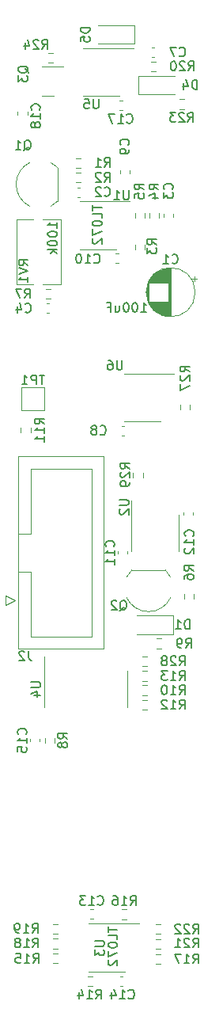
<source format=gbr>
%TF.GenerationSoftware,KiCad,Pcbnew,6.0.11+dfsg-1~bpo11+1*%
%TF.CreationDate,2023-06-07T14:09:25+08:00*%
%TF.ProjectId,MiniSNH v1.0 - Main,4d696e69-534e-4482-9076-312e30202d20,rev?*%
%TF.SameCoordinates,Original*%
%TF.FileFunction,Legend,Bot*%
%TF.FilePolarity,Positive*%
%FSLAX46Y46*%
G04 Gerber Fmt 4.6, Leading zero omitted, Abs format (unit mm)*
G04 Created by KiCad (PCBNEW 6.0.11+dfsg-1~bpo11+1) date 2023-06-07 14:09:25*
%MOMM*%
%LPD*%
G01*
G04 APERTURE LIST*
%ADD10C,0.150000*%
%ADD11C,0.180000*%
%ADD12C,0.120000*%
G04 APERTURE END LIST*
D10*
%TO.C,C17*%
X147167857Y-73187142D02*
X147215476Y-73234761D01*
X147358333Y-73282380D01*
X147453571Y-73282380D01*
X147596428Y-73234761D01*
X147691666Y-73139523D01*
X147739285Y-73044285D01*
X147786904Y-72853809D01*
X147786904Y-72710952D01*
X147739285Y-72520476D01*
X147691666Y-72425238D01*
X147596428Y-72330000D01*
X147453571Y-72282380D01*
X147358333Y-72282380D01*
X147215476Y-72330000D01*
X147167857Y-72377619D01*
X146215476Y-73282380D02*
X146786904Y-73282380D01*
X146501190Y-73282380D02*
X146501190Y-72282380D01*
X146596428Y-72425238D01*
X146691666Y-72520476D01*
X146786904Y-72568095D01*
X145882142Y-72282380D02*
X145215476Y-72282380D01*
X145644047Y-73282380D01*
%TO.C,C4*%
X136291666Y-93432142D02*
X136339285Y-93479761D01*
X136482142Y-93527380D01*
X136577380Y-93527380D01*
X136720238Y-93479761D01*
X136815476Y-93384523D01*
X136863095Y-93289285D01*
X136910714Y-93098809D01*
X136910714Y-92955952D01*
X136863095Y-92765476D01*
X136815476Y-92670238D01*
X136720238Y-92575000D01*
X136577380Y-92527380D01*
X136482142Y-92527380D01*
X136339285Y-92575000D01*
X136291666Y-92622619D01*
X135434523Y-92860714D02*
X135434523Y-93527380D01*
X135672619Y-92479761D02*
X135910714Y-93194047D01*
X135291666Y-93194047D01*
%TO.C,R22*%
X154242857Y-159902380D02*
X154576190Y-159426190D01*
X154814285Y-159902380D02*
X154814285Y-158902380D01*
X154433333Y-158902380D01*
X154338095Y-158950000D01*
X154290476Y-158997619D01*
X154242857Y-159092857D01*
X154242857Y-159235714D01*
X154290476Y-159330952D01*
X154338095Y-159378571D01*
X154433333Y-159426190D01*
X154814285Y-159426190D01*
X153861904Y-158997619D02*
X153814285Y-158950000D01*
X153719047Y-158902380D01*
X153480952Y-158902380D01*
X153385714Y-158950000D01*
X153338095Y-158997619D01*
X153290476Y-159092857D01*
X153290476Y-159188095D01*
X153338095Y-159330952D01*
X153909523Y-159902380D01*
X153290476Y-159902380D01*
X152909523Y-158997619D02*
X152861904Y-158950000D01*
X152766666Y-158902380D01*
X152528571Y-158902380D01*
X152433333Y-158950000D01*
X152385714Y-158997619D01*
X152338095Y-159092857D01*
X152338095Y-159188095D01*
X152385714Y-159330952D01*
X152957142Y-159902380D01*
X152338095Y-159902380D01*
%TO.C,C2*%
X144766666Y-81007142D02*
X144814285Y-81054761D01*
X144957142Y-81102380D01*
X145052380Y-81102380D01*
X145195238Y-81054761D01*
X145290476Y-80959523D01*
X145338095Y-80864285D01*
X145385714Y-80673809D01*
X145385714Y-80530952D01*
X145338095Y-80340476D01*
X145290476Y-80245238D01*
X145195238Y-80150000D01*
X145052380Y-80102380D01*
X144957142Y-80102380D01*
X144814285Y-80150000D01*
X144766666Y-80197619D01*
X144385714Y-80197619D02*
X144338095Y-80150000D01*
X144242857Y-80102380D01*
X144004761Y-80102380D01*
X143909523Y-80150000D01*
X143861904Y-80197619D01*
X143814285Y-80292857D01*
X143814285Y-80388095D01*
X143861904Y-80530952D01*
X144433333Y-81102380D01*
X143814285Y-81102380D01*
%TO.C,R13*%
X152792857Y-132827380D02*
X153126190Y-132351190D01*
X153364285Y-132827380D02*
X153364285Y-131827380D01*
X152983333Y-131827380D01*
X152888095Y-131875000D01*
X152840476Y-131922619D01*
X152792857Y-132017857D01*
X152792857Y-132160714D01*
X152840476Y-132255952D01*
X152888095Y-132303571D01*
X152983333Y-132351190D01*
X153364285Y-132351190D01*
X151840476Y-132827380D02*
X152411904Y-132827380D01*
X152126190Y-132827380D02*
X152126190Y-131827380D01*
X152221428Y-131970238D01*
X152316666Y-132065476D01*
X152411904Y-132113095D01*
X151507142Y-131827380D02*
X150888095Y-131827380D01*
X151221428Y-132208333D01*
X151078571Y-132208333D01*
X150983333Y-132255952D01*
X150935714Y-132303571D01*
X150888095Y-132398809D01*
X150888095Y-132636904D01*
X150935714Y-132732142D01*
X150983333Y-132779761D01*
X151078571Y-132827380D01*
X151364285Y-132827380D01*
X151459523Y-132779761D01*
X151507142Y-132732142D01*
%TO.C,U1*%
X147361904Y-80452380D02*
X147361904Y-81261904D01*
X147314285Y-81357142D01*
X147266666Y-81404761D01*
X147171428Y-81452380D01*
X146980952Y-81452380D01*
X146885714Y-81404761D01*
X146838095Y-81357142D01*
X146790476Y-81261904D01*
X146790476Y-80452380D01*
X145790476Y-81452380D02*
X146361904Y-81452380D01*
X146076190Y-81452380D02*
X146076190Y-80452380D01*
X146171428Y-80595238D01*
X146266666Y-80690476D01*
X146361904Y-80738095D01*
X143477380Y-82030952D02*
X143477380Y-82602380D01*
X144477380Y-82316666D02*
X143477380Y-82316666D01*
X144477380Y-83411904D02*
X144477380Y-82935714D01*
X143477380Y-82935714D01*
X143477380Y-83935714D02*
X143477380Y-84030952D01*
X143525000Y-84126190D01*
X143572619Y-84173809D01*
X143667857Y-84221428D01*
X143858333Y-84269047D01*
X144096428Y-84269047D01*
X144286904Y-84221428D01*
X144382142Y-84173809D01*
X144429761Y-84126190D01*
X144477380Y-84030952D01*
X144477380Y-83935714D01*
X144429761Y-83840476D01*
X144382142Y-83792857D01*
X144286904Y-83745238D01*
X144096428Y-83697619D01*
X143858333Y-83697619D01*
X143667857Y-83745238D01*
X143572619Y-83792857D01*
X143525000Y-83840476D01*
X143477380Y-83935714D01*
X143477380Y-84602380D02*
X143477380Y-85269047D01*
X144477380Y-84840476D01*
X143572619Y-85602380D02*
X143525000Y-85650000D01*
X143477380Y-85745238D01*
X143477380Y-85983333D01*
X143525000Y-86078571D01*
X143572619Y-86126190D01*
X143667857Y-86173809D01*
X143763095Y-86173809D01*
X143905952Y-86126190D01*
X144477380Y-85554761D01*
X144477380Y-86173809D01*
%TO.C,U3*%
X143752380Y-160688095D02*
X144561904Y-160688095D01*
X144657142Y-160735714D01*
X144704761Y-160783333D01*
X144752380Y-160878571D01*
X144752380Y-161069047D01*
X144704761Y-161164285D01*
X144657142Y-161211904D01*
X144561904Y-161259523D01*
X143752380Y-161259523D01*
X143752380Y-161640476D02*
X143752380Y-162259523D01*
X144133333Y-161926190D01*
X144133333Y-162069047D01*
X144180952Y-162164285D01*
X144228571Y-162211904D01*
X144323809Y-162259523D01*
X144561904Y-162259523D01*
X144657142Y-162211904D01*
X144704761Y-162164285D01*
X144752380Y-162069047D01*
X144752380Y-161783333D01*
X144704761Y-161688095D01*
X144657142Y-161640476D01*
X145152380Y-159180952D02*
X145152380Y-159752380D01*
X146152380Y-159466666D02*
X145152380Y-159466666D01*
X146152380Y-160561904D02*
X146152380Y-160085714D01*
X145152380Y-160085714D01*
X145152380Y-161085714D02*
X145152380Y-161180952D01*
X145200000Y-161276190D01*
X145247619Y-161323809D01*
X145342857Y-161371428D01*
X145533333Y-161419047D01*
X145771428Y-161419047D01*
X145961904Y-161371428D01*
X146057142Y-161323809D01*
X146104761Y-161276190D01*
X146152380Y-161180952D01*
X146152380Y-161085714D01*
X146104761Y-160990476D01*
X146057142Y-160942857D01*
X145961904Y-160895238D01*
X145771428Y-160847619D01*
X145533333Y-160847619D01*
X145342857Y-160895238D01*
X145247619Y-160942857D01*
X145200000Y-160990476D01*
X145152380Y-161085714D01*
X145152380Y-161752380D02*
X145152380Y-162419047D01*
X146152380Y-161990476D01*
X145247619Y-162752380D02*
X145200000Y-162800000D01*
X145152380Y-162895238D01*
X145152380Y-163133333D01*
X145200000Y-163228571D01*
X145247619Y-163276190D01*
X145342857Y-163323809D01*
X145438095Y-163323809D01*
X145580952Y-163276190D01*
X146152380Y-162704761D01*
X146152380Y-163323809D01*
%TO.C,R10*%
X152792857Y-134352380D02*
X153126190Y-133876190D01*
X153364285Y-134352380D02*
X153364285Y-133352380D01*
X152983333Y-133352380D01*
X152888095Y-133400000D01*
X152840476Y-133447619D01*
X152792857Y-133542857D01*
X152792857Y-133685714D01*
X152840476Y-133780952D01*
X152888095Y-133828571D01*
X152983333Y-133876190D01*
X153364285Y-133876190D01*
X151840476Y-134352380D02*
X152411904Y-134352380D01*
X152126190Y-134352380D02*
X152126190Y-133352380D01*
X152221428Y-133495238D01*
X152316666Y-133590476D01*
X152411904Y-133638095D01*
X151221428Y-133352380D02*
X151126190Y-133352380D01*
X151030952Y-133400000D01*
X150983333Y-133447619D01*
X150935714Y-133542857D01*
X150888095Y-133733333D01*
X150888095Y-133971428D01*
X150935714Y-134161904D01*
X150983333Y-134257142D01*
X151030952Y-134304761D01*
X151126190Y-134352380D01*
X151221428Y-134352380D01*
X151316666Y-134304761D01*
X151364285Y-134257142D01*
X151411904Y-134161904D01*
X151459523Y-133971428D01*
X151459523Y-133733333D01*
X151411904Y-133542857D01*
X151364285Y-133447619D01*
X151316666Y-133400000D01*
X151221428Y-133352380D01*
%TO.C,J2*%
X136633333Y-129702380D02*
X136633333Y-130416666D01*
X136680952Y-130559523D01*
X136776190Y-130654761D01*
X136919047Y-130702380D01*
X137014285Y-130702380D01*
X136204761Y-129797619D02*
X136157142Y-129750000D01*
X136061904Y-129702380D01*
X135823809Y-129702380D01*
X135728571Y-129750000D01*
X135680952Y-129797619D01*
X135633333Y-129892857D01*
X135633333Y-129988095D01*
X135680952Y-130130952D01*
X136252380Y-130702380D01*
X135633333Y-130702380D01*
%TO.C,C11*%
X145757142Y-118532142D02*
X145804761Y-118484523D01*
X145852380Y-118341666D01*
X145852380Y-118246428D01*
X145804761Y-118103571D01*
X145709523Y-118008333D01*
X145614285Y-117960714D01*
X145423809Y-117913095D01*
X145280952Y-117913095D01*
X145090476Y-117960714D01*
X144995238Y-118008333D01*
X144900000Y-118103571D01*
X144852380Y-118246428D01*
X144852380Y-118341666D01*
X144900000Y-118484523D01*
X144947619Y-118532142D01*
X145852380Y-119484523D02*
X145852380Y-118913095D01*
X145852380Y-119198809D02*
X144852380Y-119198809D01*
X144995238Y-119103571D01*
X145090476Y-119008333D01*
X145138095Y-118913095D01*
X145852380Y-120436904D02*
X145852380Y-119865476D01*
X145852380Y-120151190D02*
X144852380Y-120151190D01*
X144995238Y-120055952D01*
X145090476Y-119960714D01*
X145138095Y-119865476D01*
%TO.C,R4*%
X150552380Y-80383333D02*
X150076190Y-80050000D01*
X150552380Y-79811904D02*
X149552380Y-79811904D01*
X149552380Y-80192857D01*
X149600000Y-80288095D01*
X149647619Y-80335714D01*
X149742857Y-80383333D01*
X149885714Y-80383333D01*
X149980952Y-80335714D01*
X150028571Y-80288095D01*
X150076190Y-80192857D01*
X150076190Y-79811904D01*
X149885714Y-81240476D02*
X150552380Y-81240476D01*
X149504761Y-81002380D02*
X150219047Y-80764285D01*
X150219047Y-81383333D01*
%TO.C,R15*%
X137142857Y-163052380D02*
X137476190Y-162576190D01*
X137714285Y-163052380D02*
X137714285Y-162052380D01*
X137333333Y-162052380D01*
X137238095Y-162100000D01*
X137190476Y-162147619D01*
X137142857Y-162242857D01*
X137142857Y-162385714D01*
X137190476Y-162480952D01*
X137238095Y-162528571D01*
X137333333Y-162576190D01*
X137714285Y-162576190D01*
X136190476Y-163052380D02*
X136761904Y-163052380D01*
X136476190Y-163052380D02*
X136476190Y-162052380D01*
X136571428Y-162195238D01*
X136666666Y-162290476D01*
X136761904Y-162338095D01*
X135285714Y-162052380D02*
X135761904Y-162052380D01*
X135809523Y-162528571D01*
X135761904Y-162480952D01*
X135666666Y-162433333D01*
X135428571Y-162433333D01*
X135333333Y-162480952D01*
X135285714Y-162528571D01*
X135238095Y-162623809D01*
X135238095Y-162861904D01*
X135285714Y-162957142D01*
X135333333Y-163004761D01*
X135428571Y-163052380D01*
X135666666Y-163052380D01*
X135761904Y-163004761D01*
X135809523Y-162957142D01*
%TO.C,U4*%
X136922380Y-133013095D02*
X137731904Y-133013095D01*
X137827142Y-133060714D01*
X137874761Y-133108333D01*
X137922380Y-133203571D01*
X137922380Y-133394047D01*
X137874761Y-133489285D01*
X137827142Y-133536904D01*
X137731904Y-133584523D01*
X136922380Y-133584523D01*
X137255714Y-134489285D02*
X137922380Y-134489285D01*
X136874761Y-134251190D02*
X137589047Y-134013095D01*
X137589047Y-134632142D01*
%TO.C,R23*%
X153692857Y-73132380D02*
X154026190Y-72656190D01*
X154264285Y-73132380D02*
X154264285Y-72132380D01*
X153883333Y-72132380D01*
X153788095Y-72180000D01*
X153740476Y-72227619D01*
X153692857Y-72322857D01*
X153692857Y-72465714D01*
X153740476Y-72560952D01*
X153788095Y-72608571D01*
X153883333Y-72656190D01*
X154264285Y-72656190D01*
X153311904Y-72227619D02*
X153264285Y-72180000D01*
X153169047Y-72132380D01*
X152930952Y-72132380D01*
X152835714Y-72180000D01*
X152788095Y-72227619D01*
X152740476Y-72322857D01*
X152740476Y-72418095D01*
X152788095Y-72560952D01*
X153359523Y-73132380D01*
X152740476Y-73132380D01*
X152407142Y-72132380D02*
X151788095Y-72132380D01*
X152121428Y-72513333D01*
X151978571Y-72513333D01*
X151883333Y-72560952D01*
X151835714Y-72608571D01*
X151788095Y-72703809D01*
X151788095Y-72941904D01*
X151835714Y-73037142D01*
X151883333Y-73084761D01*
X151978571Y-73132380D01*
X152264285Y-73132380D01*
X152359523Y-73084761D01*
X152407142Y-73037142D01*
%TO.C,C14*%
X147342857Y-166807142D02*
X147390476Y-166854761D01*
X147533333Y-166902380D01*
X147628571Y-166902380D01*
X147771428Y-166854761D01*
X147866666Y-166759523D01*
X147914285Y-166664285D01*
X147961904Y-166473809D01*
X147961904Y-166330952D01*
X147914285Y-166140476D01*
X147866666Y-166045238D01*
X147771428Y-165950000D01*
X147628571Y-165902380D01*
X147533333Y-165902380D01*
X147390476Y-165950000D01*
X147342857Y-165997619D01*
X146390476Y-166902380D02*
X146961904Y-166902380D01*
X146676190Y-166902380D02*
X146676190Y-165902380D01*
X146771428Y-166045238D01*
X146866666Y-166140476D01*
X146961904Y-166188095D01*
X145533333Y-166235714D02*
X145533333Y-166902380D01*
X145771428Y-165854761D02*
X146009523Y-166569047D01*
X145390476Y-166569047D01*
%TO.C,D5*%
X143202380Y-63061904D02*
X142202380Y-63061904D01*
X142202380Y-63300000D01*
X142250000Y-63442857D01*
X142345238Y-63538095D01*
X142440476Y-63585714D01*
X142630952Y-63633333D01*
X142773809Y-63633333D01*
X142964285Y-63585714D01*
X143059523Y-63538095D01*
X143154761Y-63442857D01*
X143202380Y-63300000D01*
X143202380Y-63061904D01*
X142202380Y-64538095D02*
X142202380Y-64061904D01*
X142678571Y-64014285D01*
X142630952Y-64061904D01*
X142583333Y-64157142D01*
X142583333Y-64395238D01*
X142630952Y-64490476D01*
X142678571Y-64538095D01*
X142773809Y-64585714D01*
X143011904Y-64585714D01*
X143107142Y-64538095D01*
X143154761Y-64490476D01*
X143202380Y-64395238D01*
X143202380Y-64157142D01*
X143154761Y-64061904D01*
X143107142Y-64014285D01*
%TO.C,R8*%
X140802380Y-139083333D02*
X140326190Y-138750000D01*
X140802380Y-138511904D02*
X139802380Y-138511904D01*
X139802380Y-138892857D01*
X139850000Y-138988095D01*
X139897619Y-139035714D01*
X139992857Y-139083333D01*
X140135714Y-139083333D01*
X140230952Y-139035714D01*
X140278571Y-138988095D01*
X140326190Y-138892857D01*
X140326190Y-138511904D01*
X140230952Y-139654761D02*
X140183333Y-139559523D01*
X140135714Y-139511904D01*
X140040476Y-139464285D01*
X139992857Y-139464285D01*
X139897619Y-139511904D01*
X139850000Y-139559523D01*
X139802380Y-139654761D01*
X139802380Y-139845238D01*
X139850000Y-139940476D01*
X139897619Y-139988095D01*
X139992857Y-140035714D01*
X140040476Y-140035714D01*
X140135714Y-139988095D01*
X140183333Y-139940476D01*
X140230952Y-139845238D01*
X140230952Y-139654761D01*
X140278571Y-139559523D01*
X140326190Y-139511904D01*
X140421428Y-139464285D01*
X140611904Y-139464285D01*
X140707142Y-139511904D01*
X140754761Y-139559523D01*
X140802380Y-139654761D01*
X140802380Y-139845238D01*
X140754761Y-139940476D01*
X140707142Y-139988095D01*
X140611904Y-140035714D01*
X140421428Y-140035714D01*
X140326190Y-139988095D01*
X140278571Y-139940476D01*
X140230952Y-139845238D01*
%TO.C,R19*%
X137042857Y-159852380D02*
X137376190Y-159376190D01*
X137614285Y-159852380D02*
X137614285Y-158852380D01*
X137233333Y-158852380D01*
X137138095Y-158900000D01*
X137090476Y-158947619D01*
X137042857Y-159042857D01*
X137042857Y-159185714D01*
X137090476Y-159280952D01*
X137138095Y-159328571D01*
X137233333Y-159376190D01*
X137614285Y-159376190D01*
X136090476Y-159852380D02*
X136661904Y-159852380D01*
X136376190Y-159852380D02*
X136376190Y-158852380D01*
X136471428Y-158995238D01*
X136566666Y-159090476D01*
X136661904Y-159138095D01*
X135614285Y-159852380D02*
X135423809Y-159852380D01*
X135328571Y-159804761D01*
X135280952Y-159757142D01*
X135185714Y-159614285D01*
X135138095Y-159423809D01*
X135138095Y-159042857D01*
X135185714Y-158947619D01*
X135233333Y-158900000D01*
X135328571Y-158852380D01*
X135519047Y-158852380D01*
X135614285Y-158900000D01*
X135661904Y-158947619D01*
X135709523Y-159042857D01*
X135709523Y-159280952D01*
X135661904Y-159376190D01*
X135614285Y-159423809D01*
X135519047Y-159471428D01*
X135328571Y-159471428D01*
X135233333Y-159423809D01*
X135185714Y-159376190D01*
X135138095Y-159280952D01*
%TO.C,D1*%
X153888095Y-127352380D02*
X153888095Y-126352380D01*
X153650000Y-126352380D01*
X153507142Y-126400000D01*
X153411904Y-126495238D01*
X153364285Y-126590476D01*
X153316666Y-126780952D01*
X153316666Y-126923809D01*
X153364285Y-127114285D01*
X153411904Y-127209523D01*
X153507142Y-127304761D01*
X153650000Y-127352380D01*
X153888095Y-127352380D01*
X152364285Y-127352380D02*
X152935714Y-127352380D01*
X152650000Y-127352380D02*
X152650000Y-126352380D01*
X152745238Y-126495238D01*
X152840476Y-126590476D01*
X152935714Y-126638095D01*
%TO.C,C15*%
X136357142Y-138607142D02*
X136404761Y-138559523D01*
X136452380Y-138416666D01*
X136452380Y-138321428D01*
X136404761Y-138178571D01*
X136309523Y-138083333D01*
X136214285Y-138035714D01*
X136023809Y-137988095D01*
X135880952Y-137988095D01*
X135690476Y-138035714D01*
X135595238Y-138083333D01*
X135500000Y-138178571D01*
X135452380Y-138321428D01*
X135452380Y-138416666D01*
X135500000Y-138559523D01*
X135547619Y-138607142D01*
X136452380Y-139559523D02*
X136452380Y-138988095D01*
X136452380Y-139273809D02*
X135452380Y-139273809D01*
X135595238Y-139178571D01*
X135690476Y-139083333D01*
X135738095Y-138988095D01*
X135452380Y-140464285D02*
X135452380Y-139988095D01*
X135928571Y-139940476D01*
X135880952Y-139988095D01*
X135833333Y-140083333D01*
X135833333Y-140321428D01*
X135880952Y-140416666D01*
X135928571Y-140464285D01*
X136023809Y-140511904D01*
X136261904Y-140511904D01*
X136357142Y-140464285D01*
X136404761Y-140416666D01*
X136452380Y-140321428D01*
X136452380Y-140083333D01*
X136404761Y-139988095D01*
X136357142Y-139940476D01*
%TO.C,Q3*%
X136647619Y-67904761D02*
X136600000Y-67809523D01*
X136504761Y-67714285D01*
X136361904Y-67571428D01*
X136314285Y-67476190D01*
X136314285Y-67380952D01*
X136552380Y-67428571D02*
X136504761Y-67333333D01*
X136409523Y-67238095D01*
X136219047Y-67190476D01*
X135885714Y-67190476D01*
X135695238Y-67238095D01*
X135600000Y-67333333D01*
X135552380Y-67428571D01*
X135552380Y-67619047D01*
X135600000Y-67714285D01*
X135695238Y-67809523D01*
X135885714Y-67857142D01*
X136219047Y-67857142D01*
X136409523Y-67809523D01*
X136504761Y-67714285D01*
X136552380Y-67619047D01*
X136552380Y-67428571D01*
X135552380Y-68190476D02*
X135552380Y-68809523D01*
X135933333Y-68476190D01*
X135933333Y-68619047D01*
X135980952Y-68714285D01*
X136028571Y-68761904D01*
X136123809Y-68809523D01*
X136361904Y-68809523D01*
X136457142Y-68761904D01*
X136504761Y-68714285D01*
X136552380Y-68619047D01*
X136552380Y-68333333D01*
X136504761Y-68238095D01*
X136457142Y-68190476D01*
%TO.C,C3*%
X152007142Y-80333333D02*
X152054761Y-80285714D01*
X152102380Y-80142857D01*
X152102380Y-80047619D01*
X152054761Y-79904761D01*
X151959523Y-79809523D01*
X151864285Y-79761904D01*
X151673809Y-79714285D01*
X151530952Y-79714285D01*
X151340476Y-79761904D01*
X151245238Y-79809523D01*
X151150000Y-79904761D01*
X151102380Y-80047619D01*
X151102380Y-80142857D01*
X151150000Y-80285714D01*
X151197619Y-80333333D01*
X151102380Y-80666666D02*
X151102380Y-81285714D01*
X151483333Y-80952380D01*
X151483333Y-81095238D01*
X151530952Y-81190476D01*
X151578571Y-81238095D01*
X151673809Y-81285714D01*
X151911904Y-81285714D01*
X152007142Y-81238095D01*
X152054761Y-81190476D01*
X152102380Y-81095238D01*
X152102380Y-80809523D01*
X152054761Y-80714285D01*
X152007142Y-80666666D01*
%TO.C,C1*%
X152021779Y-88207142D02*
X152069398Y-88254761D01*
X152212255Y-88302380D01*
X152307493Y-88302380D01*
X152450351Y-88254761D01*
X152545589Y-88159523D01*
X152593208Y-88064285D01*
X152640827Y-87873809D01*
X152640827Y-87730952D01*
X152593208Y-87540476D01*
X152545589Y-87445238D01*
X152450351Y-87350000D01*
X152307493Y-87302380D01*
X152212255Y-87302380D01*
X152069398Y-87350000D01*
X152021779Y-87397619D01*
X151069398Y-88302380D02*
X151640827Y-88302380D01*
X151355113Y-88302380D02*
X151355113Y-87302380D01*
X151450351Y-87445238D01*
X151545589Y-87540476D01*
X151640827Y-87588095D01*
X148697619Y-93452380D02*
X149269047Y-93452380D01*
X148983333Y-93452380D02*
X148983333Y-92452380D01*
X149078571Y-92595238D01*
X149173809Y-92690476D01*
X149269047Y-92738095D01*
X148078571Y-92452380D02*
X147983333Y-92452380D01*
X147888095Y-92500000D01*
X147840476Y-92547619D01*
X147792857Y-92642857D01*
X147745238Y-92833333D01*
X147745238Y-93071428D01*
X147792857Y-93261904D01*
X147840476Y-93357142D01*
X147888095Y-93404761D01*
X147983333Y-93452380D01*
X148078571Y-93452380D01*
X148173809Y-93404761D01*
X148221428Y-93357142D01*
X148269047Y-93261904D01*
X148316666Y-93071428D01*
X148316666Y-92833333D01*
X148269047Y-92642857D01*
X148221428Y-92547619D01*
X148173809Y-92500000D01*
X148078571Y-92452380D01*
X147126190Y-92452380D02*
X147030952Y-92452380D01*
X146935714Y-92500000D01*
X146888095Y-92547619D01*
X146840476Y-92642857D01*
X146792857Y-92833333D01*
X146792857Y-93071428D01*
X146840476Y-93261904D01*
X146888095Y-93357142D01*
X146935714Y-93404761D01*
X147030952Y-93452380D01*
X147126190Y-93452380D01*
X147221428Y-93404761D01*
X147269047Y-93357142D01*
X147316666Y-93261904D01*
X147364285Y-93071428D01*
X147364285Y-92833333D01*
X147316666Y-92642857D01*
X147269047Y-92547619D01*
X147221428Y-92500000D01*
X147126190Y-92452380D01*
X145935714Y-92785714D02*
X145935714Y-93452380D01*
X146364285Y-92785714D02*
X146364285Y-93309523D01*
X146316666Y-93404761D01*
X146221428Y-93452380D01*
X146078571Y-93452380D01*
X145983333Y-93404761D01*
X145935714Y-93357142D01*
X145126190Y-92928571D02*
X145459523Y-92928571D01*
X145459523Y-93452380D02*
X145459523Y-92452380D01*
X144983333Y-92452380D01*
%TO.C,R27*%
X153877380Y-99857142D02*
X153401190Y-99523809D01*
X153877380Y-99285714D02*
X152877380Y-99285714D01*
X152877380Y-99666666D01*
X152925000Y-99761904D01*
X152972619Y-99809523D01*
X153067857Y-99857142D01*
X153210714Y-99857142D01*
X153305952Y-99809523D01*
X153353571Y-99761904D01*
X153401190Y-99666666D01*
X153401190Y-99285714D01*
X152972619Y-100238095D02*
X152925000Y-100285714D01*
X152877380Y-100380952D01*
X152877380Y-100619047D01*
X152925000Y-100714285D01*
X152972619Y-100761904D01*
X153067857Y-100809523D01*
X153163095Y-100809523D01*
X153305952Y-100761904D01*
X153877380Y-100190476D01*
X153877380Y-100809523D01*
X152877380Y-101142857D02*
X152877380Y-101809523D01*
X153877380Y-101380952D01*
%TO.C,R2*%
X144766666Y-79552380D02*
X145100000Y-79076190D01*
X145338095Y-79552380D02*
X145338095Y-78552380D01*
X144957142Y-78552380D01*
X144861904Y-78600000D01*
X144814285Y-78647619D01*
X144766666Y-78742857D01*
X144766666Y-78885714D01*
X144814285Y-78980952D01*
X144861904Y-79028571D01*
X144957142Y-79076190D01*
X145338095Y-79076190D01*
X144385714Y-78647619D02*
X144338095Y-78600000D01*
X144242857Y-78552380D01*
X144004761Y-78552380D01*
X143909523Y-78600000D01*
X143861904Y-78647619D01*
X143814285Y-78742857D01*
X143814285Y-78838095D01*
X143861904Y-78980952D01*
X144433333Y-79552380D01*
X143814285Y-79552380D01*
%TO.C,U5*%
X144136904Y-70702380D02*
X144136904Y-71511904D01*
X144089285Y-71607142D01*
X144041666Y-71654761D01*
X143946428Y-71702380D01*
X143755952Y-71702380D01*
X143660714Y-71654761D01*
X143613095Y-71607142D01*
X143565476Y-71511904D01*
X143565476Y-70702380D01*
X142613095Y-70702380D02*
X143089285Y-70702380D01*
X143136904Y-71178571D01*
X143089285Y-71130952D01*
X142994047Y-71083333D01*
X142755952Y-71083333D01*
X142660714Y-71130952D01*
X142613095Y-71178571D01*
X142565476Y-71273809D01*
X142565476Y-71511904D01*
X142613095Y-71607142D01*
X142660714Y-71654761D01*
X142755952Y-71702380D01*
X142994047Y-71702380D01*
X143089285Y-71654761D01*
X143136904Y-71607142D01*
%TO.C,R14*%
X143842857Y-166902380D02*
X144176190Y-166426190D01*
X144414285Y-166902380D02*
X144414285Y-165902380D01*
X144033333Y-165902380D01*
X143938095Y-165950000D01*
X143890476Y-165997619D01*
X143842857Y-166092857D01*
X143842857Y-166235714D01*
X143890476Y-166330952D01*
X143938095Y-166378571D01*
X144033333Y-166426190D01*
X144414285Y-166426190D01*
X142890476Y-166902380D02*
X143461904Y-166902380D01*
X143176190Y-166902380D02*
X143176190Y-165902380D01*
X143271428Y-166045238D01*
X143366666Y-166140476D01*
X143461904Y-166188095D01*
X142033333Y-166235714D02*
X142033333Y-166902380D01*
X142271428Y-165854761D02*
X142509523Y-166569047D01*
X141890476Y-166569047D01*
%TO.C,R20*%
X153767857Y-67652380D02*
X154101190Y-67176190D01*
X154339285Y-67652380D02*
X154339285Y-66652380D01*
X153958333Y-66652380D01*
X153863095Y-66700000D01*
X153815476Y-66747619D01*
X153767857Y-66842857D01*
X153767857Y-66985714D01*
X153815476Y-67080952D01*
X153863095Y-67128571D01*
X153958333Y-67176190D01*
X154339285Y-67176190D01*
X153386904Y-66747619D02*
X153339285Y-66700000D01*
X153244047Y-66652380D01*
X153005952Y-66652380D01*
X152910714Y-66700000D01*
X152863095Y-66747619D01*
X152815476Y-66842857D01*
X152815476Y-66938095D01*
X152863095Y-67080952D01*
X153434523Y-67652380D01*
X152815476Y-67652380D01*
X152196428Y-66652380D02*
X152101190Y-66652380D01*
X152005952Y-66700000D01*
X151958333Y-66747619D01*
X151910714Y-66842857D01*
X151863095Y-67033333D01*
X151863095Y-67271428D01*
X151910714Y-67461904D01*
X151958333Y-67557142D01*
X152005952Y-67604761D01*
X152101190Y-67652380D01*
X152196428Y-67652380D01*
X152291666Y-67604761D01*
X152339285Y-67557142D01*
X152386904Y-67461904D01*
X152434523Y-67271428D01*
X152434523Y-67033333D01*
X152386904Y-66842857D01*
X152339285Y-66747619D01*
X152291666Y-66700000D01*
X152196428Y-66652380D01*
%TO.C,R29*%
X147452380Y-110207142D02*
X146976190Y-109873809D01*
X147452380Y-109635714D02*
X146452380Y-109635714D01*
X146452380Y-110016666D01*
X146500000Y-110111904D01*
X146547619Y-110159523D01*
X146642857Y-110207142D01*
X146785714Y-110207142D01*
X146880952Y-110159523D01*
X146928571Y-110111904D01*
X146976190Y-110016666D01*
X146976190Y-109635714D01*
X146547619Y-110588095D02*
X146500000Y-110635714D01*
X146452380Y-110730952D01*
X146452380Y-110969047D01*
X146500000Y-111064285D01*
X146547619Y-111111904D01*
X146642857Y-111159523D01*
X146738095Y-111159523D01*
X146880952Y-111111904D01*
X147452380Y-110540476D01*
X147452380Y-111159523D01*
X147452380Y-111635714D02*
X147452380Y-111826190D01*
X147404761Y-111921428D01*
X147357142Y-111969047D01*
X147214285Y-112064285D01*
X147023809Y-112111904D01*
X146642857Y-112111904D01*
X146547619Y-112064285D01*
X146500000Y-112016666D01*
X146452380Y-111921428D01*
X146452380Y-111730952D01*
X146500000Y-111635714D01*
X146547619Y-111588095D01*
X146642857Y-111540476D01*
X146880952Y-111540476D01*
X146976190Y-111588095D01*
X147023809Y-111635714D01*
X147071428Y-111730952D01*
X147071428Y-111921428D01*
X147023809Y-112016666D01*
X146976190Y-112064285D01*
X146880952Y-112111904D01*
%TO.C,R9*%
X153466666Y-129352380D02*
X153800000Y-128876190D01*
X154038095Y-129352380D02*
X154038095Y-128352380D01*
X153657142Y-128352380D01*
X153561904Y-128400000D01*
X153514285Y-128447619D01*
X153466666Y-128542857D01*
X153466666Y-128685714D01*
X153514285Y-128780952D01*
X153561904Y-128828571D01*
X153657142Y-128876190D01*
X154038095Y-128876190D01*
X152990476Y-129352380D02*
X152800000Y-129352380D01*
X152704761Y-129304761D01*
X152657142Y-129257142D01*
X152561904Y-129114285D01*
X152514285Y-128923809D01*
X152514285Y-128542857D01*
X152561904Y-128447619D01*
X152609523Y-128400000D01*
X152704761Y-128352380D01*
X152895238Y-128352380D01*
X152990476Y-128400000D01*
X153038095Y-128447619D01*
X153085714Y-128542857D01*
X153085714Y-128780952D01*
X153038095Y-128876190D01*
X152990476Y-128923809D01*
X152895238Y-128971428D01*
X152704761Y-128971428D01*
X152609523Y-128923809D01*
X152561904Y-128876190D01*
X152514285Y-128780952D01*
%TO.C,C8*%
X144316666Y-106507142D02*
X144364285Y-106554761D01*
X144507142Y-106602380D01*
X144602380Y-106602380D01*
X144745238Y-106554761D01*
X144840476Y-106459523D01*
X144888095Y-106364285D01*
X144935714Y-106173809D01*
X144935714Y-106030952D01*
X144888095Y-105840476D01*
X144840476Y-105745238D01*
X144745238Y-105650000D01*
X144602380Y-105602380D01*
X144507142Y-105602380D01*
X144364285Y-105650000D01*
X144316666Y-105697619D01*
X143745238Y-106030952D02*
X143840476Y-105983333D01*
X143888095Y-105935714D01*
X143935714Y-105840476D01*
X143935714Y-105792857D01*
X143888095Y-105697619D01*
X143840476Y-105650000D01*
X143745238Y-105602380D01*
X143554761Y-105602380D01*
X143459523Y-105650000D01*
X143411904Y-105697619D01*
X143364285Y-105792857D01*
X143364285Y-105840476D01*
X143411904Y-105935714D01*
X143459523Y-105983333D01*
X143554761Y-106030952D01*
X143745238Y-106030952D01*
X143840476Y-106078571D01*
X143888095Y-106126190D01*
X143935714Y-106221428D01*
X143935714Y-106411904D01*
X143888095Y-106507142D01*
X143840476Y-106554761D01*
X143745238Y-106602380D01*
X143554761Y-106602380D01*
X143459523Y-106554761D01*
X143411904Y-106507142D01*
X143364285Y-106411904D01*
X143364285Y-106221428D01*
X143411904Y-106126190D01*
X143459523Y-106078571D01*
X143554761Y-106030952D01*
%TO.C,TP1*%
X138361904Y-100204380D02*
X137790476Y-100204380D01*
X138076190Y-101204380D02*
X138076190Y-100204380D01*
X137457142Y-101204380D02*
X137457142Y-100204380D01*
X137076190Y-100204380D01*
X136980952Y-100252000D01*
X136933333Y-100299619D01*
X136885714Y-100394857D01*
X136885714Y-100537714D01*
X136933333Y-100632952D01*
X136980952Y-100680571D01*
X137076190Y-100728190D01*
X137457142Y-100728190D01*
X135933333Y-101204380D02*
X136504761Y-101204380D01*
X136219047Y-101204380D02*
X136219047Y-100204380D01*
X136314285Y-100347238D01*
X136409523Y-100442476D01*
X136504761Y-100490095D01*
%TO.C,R5*%
X149002380Y-80383333D02*
X148526190Y-80050000D01*
X149002380Y-79811904D02*
X148002380Y-79811904D01*
X148002380Y-80192857D01*
X148050000Y-80288095D01*
X148097619Y-80335714D01*
X148192857Y-80383333D01*
X148335714Y-80383333D01*
X148430952Y-80335714D01*
X148478571Y-80288095D01*
X148526190Y-80192857D01*
X148526190Y-79811904D01*
X148002380Y-81288095D02*
X148002380Y-80811904D01*
X148478571Y-80764285D01*
X148430952Y-80811904D01*
X148383333Y-80907142D01*
X148383333Y-81145238D01*
X148430952Y-81240476D01*
X148478571Y-81288095D01*
X148573809Y-81335714D01*
X148811904Y-81335714D01*
X148907142Y-81288095D01*
X148954761Y-81240476D01*
X149002380Y-81145238D01*
X149002380Y-80907142D01*
X148954761Y-80811904D01*
X148907142Y-80764285D01*
%TO.C,C12*%
X154257142Y-117407142D02*
X154304761Y-117359523D01*
X154352380Y-117216666D01*
X154352380Y-117121428D01*
X154304761Y-116978571D01*
X154209523Y-116883333D01*
X154114285Y-116835714D01*
X153923809Y-116788095D01*
X153780952Y-116788095D01*
X153590476Y-116835714D01*
X153495238Y-116883333D01*
X153400000Y-116978571D01*
X153352380Y-117121428D01*
X153352380Y-117216666D01*
X153400000Y-117359523D01*
X153447619Y-117407142D01*
X154352380Y-118359523D02*
X154352380Y-117788095D01*
X154352380Y-118073809D02*
X153352380Y-118073809D01*
X153495238Y-117978571D01*
X153590476Y-117883333D01*
X153638095Y-117788095D01*
X153447619Y-118740476D02*
X153400000Y-118788095D01*
X153352380Y-118883333D01*
X153352380Y-119121428D01*
X153400000Y-119216666D01*
X153447619Y-119264285D01*
X153542857Y-119311904D01*
X153638095Y-119311904D01*
X153780952Y-119264285D01*
X154352380Y-118692857D01*
X154352380Y-119311904D01*
%TO.C,C18*%
X137807142Y-71857142D02*
X137854761Y-71809523D01*
X137902380Y-71666666D01*
X137902380Y-71571428D01*
X137854761Y-71428571D01*
X137759523Y-71333333D01*
X137664285Y-71285714D01*
X137473809Y-71238095D01*
X137330952Y-71238095D01*
X137140476Y-71285714D01*
X137045238Y-71333333D01*
X136950000Y-71428571D01*
X136902380Y-71571428D01*
X136902380Y-71666666D01*
X136950000Y-71809523D01*
X136997619Y-71857142D01*
X137902380Y-72809523D02*
X137902380Y-72238095D01*
X137902380Y-72523809D02*
X136902380Y-72523809D01*
X137045238Y-72428571D01*
X137140476Y-72333333D01*
X137188095Y-72238095D01*
X137330952Y-73380952D02*
X137283333Y-73285714D01*
X137235714Y-73238095D01*
X137140476Y-73190476D01*
X137092857Y-73190476D01*
X136997619Y-73238095D01*
X136950000Y-73285714D01*
X136902380Y-73380952D01*
X136902380Y-73571428D01*
X136950000Y-73666666D01*
X136997619Y-73714285D01*
X137092857Y-73761904D01*
X137140476Y-73761904D01*
X137235714Y-73714285D01*
X137283333Y-73666666D01*
X137330952Y-73571428D01*
X137330952Y-73380952D01*
X137378571Y-73285714D01*
X137426190Y-73238095D01*
X137521428Y-73190476D01*
X137711904Y-73190476D01*
X137807142Y-73238095D01*
X137854761Y-73285714D01*
X137902380Y-73380952D01*
X137902380Y-73571428D01*
X137854761Y-73666666D01*
X137807142Y-73714285D01*
X137711904Y-73761904D01*
X137521428Y-73761904D01*
X137426190Y-73714285D01*
X137378571Y-73666666D01*
X137330952Y-73571428D01*
%TO.C,R1*%
X144766666Y-77952380D02*
X145100000Y-77476190D01*
X145338095Y-77952380D02*
X145338095Y-76952380D01*
X144957142Y-76952380D01*
X144861904Y-77000000D01*
X144814285Y-77047619D01*
X144766666Y-77142857D01*
X144766666Y-77285714D01*
X144814285Y-77380952D01*
X144861904Y-77428571D01*
X144957142Y-77476190D01*
X145338095Y-77476190D01*
X143814285Y-77952380D02*
X144385714Y-77952380D01*
X144100000Y-77952380D02*
X144100000Y-76952380D01*
X144195238Y-77095238D01*
X144290476Y-77190476D01*
X144385714Y-77238095D01*
%TO.C,U6*%
X146661904Y-98652380D02*
X146661904Y-99461904D01*
X146614285Y-99557142D01*
X146566666Y-99604761D01*
X146471428Y-99652380D01*
X146280952Y-99652380D01*
X146185714Y-99604761D01*
X146138095Y-99557142D01*
X146090476Y-99461904D01*
X146090476Y-98652380D01*
X145185714Y-98652380D02*
X145376190Y-98652380D01*
X145471428Y-98700000D01*
X145519047Y-98747619D01*
X145614285Y-98890476D01*
X145661904Y-99080952D01*
X145661904Y-99461904D01*
X145614285Y-99557142D01*
X145566666Y-99604761D01*
X145471428Y-99652380D01*
X145280952Y-99652380D01*
X145185714Y-99604761D01*
X145138095Y-99557142D01*
X145090476Y-99461904D01*
X145090476Y-99223809D01*
X145138095Y-99128571D01*
X145185714Y-99080952D01*
X145280952Y-99033333D01*
X145471428Y-99033333D01*
X145566666Y-99080952D01*
X145614285Y-99128571D01*
X145661904Y-99223809D01*
%TO.C,R21*%
X154242857Y-161402380D02*
X154576190Y-160926190D01*
X154814285Y-161402380D02*
X154814285Y-160402380D01*
X154433333Y-160402380D01*
X154338095Y-160450000D01*
X154290476Y-160497619D01*
X154242857Y-160592857D01*
X154242857Y-160735714D01*
X154290476Y-160830952D01*
X154338095Y-160878571D01*
X154433333Y-160926190D01*
X154814285Y-160926190D01*
X153861904Y-160497619D02*
X153814285Y-160450000D01*
X153719047Y-160402380D01*
X153480952Y-160402380D01*
X153385714Y-160450000D01*
X153338095Y-160497619D01*
X153290476Y-160592857D01*
X153290476Y-160688095D01*
X153338095Y-160830952D01*
X153909523Y-161402380D01*
X153290476Y-161402380D01*
X152338095Y-161402380D02*
X152909523Y-161402380D01*
X152623809Y-161402380D02*
X152623809Y-160402380D01*
X152719047Y-160545238D01*
X152814285Y-160640476D01*
X152909523Y-160688095D01*
%TO.C,Q1*%
X136145238Y-76197619D02*
X136240476Y-76150000D01*
X136335714Y-76054761D01*
X136478571Y-75911904D01*
X136573809Y-75864285D01*
X136669047Y-75864285D01*
X136621428Y-76102380D02*
X136716666Y-76054761D01*
X136811904Y-75959523D01*
X136859523Y-75769047D01*
X136859523Y-75435714D01*
X136811904Y-75245238D01*
X136716666Y-75150000D01*
X136621428Y-75102380D01*
X136430952Y-75102380D01*
X136335714Y-75150000D01*
X136240476Y-75245238D01*
X136192857Y-75435714D01*
X136192857Y-75769047D01*
X136240476Y-75959523D01*
X136335714Y-76054761D01*
X136430952Y-76102380D01*
X136621428Y-76102380D01*
X135240476Y-76102380D02*
X135811904Y-76102380D01*
X135526190Y-76102380D02*
X135526190Y-75102380D01*
X135621428Y-75245238D01*
X135716666Y-75340476D01*
X135811904Y-75388095D01*
%TO.C,R3*%
X150327380Y-86258333D02*
X149851190Y-85925000D01*
X150327380Y-85686904D02*
X149327380Y-85686904D01*
X149327380Y-86067857D01*
X149375000Y-86163095D01*
X149422619Y-86210714D01*
X149517857Y-86258333D01*
X149660714Y-86258333D01*
X149755952Y-86210714D01*
X149803571Y-86163095D01*
X149851190Y-86067857D01*
X149851190Y-85686904D01*
X149327380Y-86591666D02*
X149327380Y-87210714D01*
X149708333Y-86877380D01*
X149708333Y-87020238D01*
X149755952Y-87115476D01*
X149803571Y-87163095D01*
X149898809Y-87210714D01*
X150136904Y-87210714D01*
X150232142Y-87163095D01*
X150279761Y-87115476D01*
X150327380Y-87020238D01*
X150327380Y-86734523D01*
X150279761Y-86639285D01*
X150232142Y-86591666D01*
%TO.C,RV1*%
X136577380Y-88479761D02*
X136101190Y-88146428D01*
X136577380Y-87908333D02*
X135577380Y-87908333D01*
X135577380Y-88289285D01*
X135625000Y-88384523D01*
X135672619Y-88432142D01*
X135767857Y-88479761D01*
X135910714Y-88479761D01*
X136005952Y-88432142D01*
X136053571Y-88384523D01*
X136101190Y-88289285D01*
X136101190Y-87908333D01*
X135577380Y-88765476D02*
X136577380Y-89098809D01*
X135577380Y-89432142D01*
X136577380Y-90289285D02*
X136577380Y-89717857D01*
X136577380Y-90003571D02*
X135577380Y-90003571D01*
X135720238Y-89908333D01*
X135815476Y-89813095D01*
X135863095Y-89717857D01*
X139702380Y-84478571D02*
X139702380Y-83907142D01*
X139702380Y-84192857D02*
X138702380Y-84192857D01*
X138845238Y-84097619D01*
X138940476Y-84002380D01*
X138988095Y-83907142D01*
X138702380Y-85097619D02*
X138702380Y-85192857D01*
X138750000Y-85288095D01*
X138797619Y-85335714D01*
X138892857Y-85383333D01*
X139083333Y-85430952D01*
X139321428Y-85430952D01*
X139511904Y-85383333D01*
X139607142Y-85335714D01*
X139654761Y-85288095D01*
X139702380Y-85192857D01*
X139702380Y-85097619D01*
X139654761Y-85002380D01*
X139607142Y-84954761D01*
X139511904Y-84907142D01*
X139321428Y-84859523D01*
X139083333Y-84859523D01*
X138892857Y-84907142D01*
X138797619Y-84954761D01*
X138750000Y-85002380D01*
X138702380Y-85097619D01*
X138702380Y-86050000D02*
X138702380Y-86145238D01*
X138750000Y-86240476D01*
X138797619Y-86288095D01*
X138892857Y-86335714D01*
X139083333Y-86383333D01*
X139321428Y-86383333D01*
X139511904Y-86335714D01*
X139607142Y-86288095D01*
X139654761Y-86240476D01*
X139702380Y-86145238D01*
X139702380Y-86050000D01*
X139654761Y-85954761D01*
X139607142Y-85907142D01*
X139511904Y-85859523D01*
X139321428Y-85811904D01*
X139083333Y-85811904D01*
X138892857Y-85859523D01*
X138797619Y-85907142D01*
X138750000Y-85954761D01*
X138702380Y-86050000D01*
X139702380Y-86811904D02*
X138702380Y-86811904D01*
X139321428Y-86907142D02*
X139702380Y-87192857D01*
X139035714Y-87192857D02*
X139416666Y-86811904D01*
%TO.C,R7*%
X136241666Y-91977380D02*
X136575000Y-91501190D01*
X136813095Y-91977380D02*
X136813095Y-90977380D01*
X136432142Y-90977380D01*
X136336904Y-91025000D01*
X136289285Y-91072619D01*
X136241666Y-91167857D01*
X136241666Y-91310714D01*
X136289285Y-91405952D01*
X136336904Y-91453571D01*
X136432142Y-91501190D01*
X136813095Y-91501190D01*
X135908333Y-90977380D02*
X135241666Y-90977380D01*
X135670238Y-91977380D01*
%TO.C,R16*%
X147542857Y-156872380D02*
X147876190Y-156396190D01*
X148114285Y-156872380D02*
X148114285Y-155872380D01*
X147733333Y-155872380D01*
X147638095Y-155920000D01*
X147590476Y-155967619D01*
X147542857Y-156062857D01*
X147542857Y-156205714D01*
X147590476Y-156300952D01*
X147638095Y-156348571D01*
X147733333Y-156396190D01*
X148114285Y-156396190D01*
X146590476Y-156872380D02*
X147161904Y-156872380D01*
X146876190Y-156872380D02*
X146876190Y-155872380D01*
X146971428Y-156015238D01*
X147066666Y-156110476D01*
X147161904Y-156158095D01*
X145733333Y-155872380D02*
X145923809Y-155872380D01*
X146019047Y-155920000D01*
X146066666Y-155967619D01*
X146161904Y-156110476D01*
X146209523Y-156300952D01*
X146209523Y-156681904D01*
X146161904Y-156777142D01*
X146114285Y-156824761D01*
X146019047Y-156872380D01*
X145828571Y-156872380D01*
X145733333Y-156824761D01*
X145685714Y-156777142D01*
X145638095Y-156681904D01*
X145638095Y-156443809D01*
X145685714Y-156348571D01*
X145733333Y-156300952D01*
X145828571Y-156253333D01*
X146019047Y-156253333D01*
X146114285Y-156300952D01*
X146161904Y-156348571D01*
X146209523Y-156443809D01*
%TO.C,C10*%
X143642857Y-88157142D02*
X143690476Y-88204761D01*
X143833333Y-88252380D01*
X143928571Y-88252380D01*
X144071428Y-88204761D01*
X144166666Y-88109523D01*
X144214285Y-88014285D01*
X144261904Y-87823809D01*
X144261904Y-87680952D01*
X144214285Y-87490476D01*
X144166666Y-87395238D01*
X144071428Y-87300000D01*
X143928571Y-87252380D01*
X143833333Y-87252380D01*
X143690476Y-87300000D01*
X143642857Y-87347619D01*
X142690476Y-88252380D02*
X143261904Y-88252380D01*
X142976190Y-88252380D02*
X142976190Y-87252380D01*
X143071428Y-87395238D01*
X143166666Y-87490476D01*
X143261904Y-87538095D01*
X142071428Y-87252380D02*
X141976190Y-87252380D01*
X141880952Y-87300000D01*
X141833333Y-87347619D01*
X141785714Y-87442857D01*
X141738095Y-87633333D01*
X141738095Y-87871428D01*
X141785714Y-88061904D01*
X141833333Y-88157142D01*
X141880952Y-88204761D01*
X141976190Y-88252380D01*
X142071428Y-88252380D01*
X142166666Y-88204761D01*
X142214285Y-88157142D01*
X142261904Y-88061904D01*
X142309523Y-87871428D01*
X142309523Y-87633333D01*
X142261904Y-87442857D01*
X142214285Y-87347619D01*
X142166666Y-87300000D01*
X142071428Y-87252380D01*
%TO.C,Q2*%
X146395238Y-125397619D02*
X146490476Y-125350000D01*
X146585714Y-125254761D01*
X146728571Y-125111904D01*
X146823809Y-125064285D01*
X146919047Y-125064285D01*
X146871428Y-125302380D02*
X146966666Y-125254761D01*
X147061904Y-125159523D01*
X147109523Y-124969047D01*
X147109523Y-124635714D01*
X147061904Y-124445238D01*
X146966666Y-124350000D01*
X146871428Y-124302380D01*
X146680952Y-124302380D01*
X146585714Y-124350000D01*
X146490476Y-124445238D01*
X146442857Y-124635714D01*
X146442857Y-124969047D01*
X146490476Y-125159523D01*
X146585714Y-125254761D01*
X146680952Y-125302380D01*
X146871428Y-125302380D01*
X146061904Y-124397619D02*
X146014285Y-124350000D01*
X145919047Y-124302380D01*
X145680952Y-124302380D01*
X145585714Y-124350000D01*
X145538095Y-124397619D01*
X145490476Y-124492857D01*
X145490476Y-124588095D01*
X145538095Y-124730952D01*
X146109523Y-125302380D01*
X145490476Y-125302380D01*
%TO.C,C9*%
X147332142Y-75608333D02*
X147379761Y-75560714D01*
X147427380Y-75417857D01*
X147427380Y-75322619D01*
X147379761Y-75179761D01*
X147284523Y-75084523D01*
X147189285Y-75036904D01*
X146998809Y-74989285D01*
X146855952Y-74989285D01*
X146665476Y-75036904D01*
X146570238Y-75084523D01*
X146475000Y-75179761D01*
X146427380Y-75322619D01*
X146427380Y-75417857D01*
X146475000Y-75560714D01*
X146522619Y-75608333D01*
X147427380Y-76084523D02*
X147427380Y-76275000D01*
X147379761Y-76370238D01*
X147332142Y-76417857D01*
X147189285Y-76513095D01*
X146998809Y-76560714D01*
X146617857Y-76560714D01*
X146522619Y-76513095D01*
X146475000Y-76465476D01*
X146427380Y-76370238D01*
X146427380Y-76179761D01*
X146475000Y-76084523D01*
X146522619Y-76036904D01*
X146617857Y-75989285D01*
X146855952Y-75989285D01*
X146951190Y-76036904D01*
X146998809Y-76084523D01*
X147046428Y-76179761D01*
X147046428Y-76370238D01*
X146998809Y-76465476D01*
X146951190Y-76513095D01*
X146855952Y-76560714D01*
%TO.C,R17*%
X154242857Y-163102380D02*
X154576190Y-162626190D01*
X154814285Y-163102380D02*
X154814285Y-162102380D01*
X154433333Y-162102380D01*
X154338095Y-162150000D01*
X154290476Y-162197619D01*
X154242857Y-162292857D01*
X154242857Y-162435714D01*
X154290476Y-162530952D01*
X154338095Y-162578571D01*
X154433333Y-162626190D01*
X154814285Y-162626190D01*
X153290476Y-163102380D02*
X153861904Y-163102380D01*
X153576190Y-163102380D02*
X153576190Y-162102380D01*
X153671428Y-162245238D01*
X153766666Y-162340476D01*
X153861904Y-162388095D01*
X152957142Y-162102380D02*
X152290476Y-162102380D01*
X152719047Y-163102380D01*
D11*
%TO.C,R24*%
X138092857Y-65352380D02*
X138426190Y-64876190D01*
X138664285Y-65352380D02*
X138664285Y-64352380D01*
X138283333Y-64352380D01*
X138188095Y-64400000D01*
X138140476Y-64447619D01*
X138092857Y-64542857D01*
X138092857Y-64685714D01*
X138140476Y-64780952D01*
X138188095Y-64828571D01*
X138283333Y-64876190D01*
X138664285Y-64876190D01*
X137711904Y-64447619D02*
X137664285Y-64400000D01*
X137569047Y-64352380D01*
X137330952Y-64352380D01*
X137235714Y-64400000D01*
X137188095Y-64447619D01*
X137140476Y-64542857D01*
X137140476Y-64638095D01*
X137188095Y-64780952D01*
X137759523Y-65352380D01*
X137140476Y-65352380D01*
X136283333Y-64685714D02*
X136283333Y-65352380D01*
X136521428Y-64304761D02*
X136759523Y-65019047D01*
X136140476Y-65019047D01*
D10*
%TO.C,R28*%
X152792857Y-131252380D02*
X153126190Y-130776190D01*
X153364285Y-131252380D02*
X153364285Y-130252380D01*
X152983333Y-130252380D01*
X152888095Y-130300000D01*
X152840476Y-130347619D01*
X152792857Y-130442857D01*
X152792857Y-130585714D01*
X152840476Y-130680952D01*
X152888095Y-130728571D01*
X152983333Y-130776190D01*
X153364285Y-130776190D01*
X152411904Y-130347619D02*
X152364285Y-130300000D01*
X152269047Y-130252380D01*
X152030952Y-130252380D01*
X151935714Y-130300000D01*
X151888095Y-130347619D01*
X151840476Y-130442857D01*
X151840476Y-130538095D01*
X151888095Y-130680952D01*
X152459523Y-131252380D01*
X151840476Y-131252380D01*
X151269047Y-130680952D02*
X151364285Y-130633333D01*
X151411904Y-130585714D01*
X151459523Y-130490476D01*
X151459523Y-130442857D01*
X151411904Y-130347619D01*
X151364285Y-130300000D01*
X151269047Y-130252380D01*
X151078571Y-130252380D01*
X150983333Y-130300000D01*
X150935714Y-130347619D01*
X150888095Y-130442857D01*
X150888095Y-130490476D01*
X150935714Y-130585714D01*
X150983333Y-130633333D01*
X151078571Y-130680952D01*
X151269047Y-130680952D01*
X151364285Y-130728571D01*
X151411904Y-130776190D01*
X151459523Y-130871428D01*
X151459523Y-131061904D01*
X151411904Y-131157142D01*
X151364285Y-131204761D01*
X151269047Y-131252380D01*
X151078571Y-131252380D01*
X150983333Y-131204761D01*
X150935714Y-131157142D01*
X150888095Y-131061904D01*
X150888095Y-130871428D01*
X150935714Y-130776190D01*
X150983333Y-130728571D01*
X151078571Y-130680952D01*
%TO.C,R11*%
X138302380Y-105432142D02*
X137826190Y-105098809D01*
X138302380Y-104860714D02*
X137302380Y-104860714D01*
X137302380Y-105241666D01*
X137350000Y-105336904D01*
X137397619Y-105384523D01*
X137492857Y-105432142D01*
X137635714Y-105432142D01*
X137730952Y-105384523D01*
X137778571Y-105336904D01*
X137826190Y-105241666D01*
X137826190Y-104860714D01*
X138302380Y-106384523D02*
X138302380Y-105813095D01*
X138302380Y-106098809D02*
X137302380Y-106098809D01*
X137445238Y-106003571D01*
X137540476Y-105908333D01*
X137588095Y-105813095D01*
X138302380Y-107336904D02*
X138302380Y-106765476D01*
X138302380Y-107051190D02*
X137302380Y-107051190D01*
X137445238Y-106955952D01*
X137540476Y-106860714D01*
X137588095Y-106765476D01*
%TO.C,R6*%
X154302380Y-121133333D02*
X153826190Y-120800000D01*
X154302380Y-120561904D02*
X153302380Y-120561904D01*
X153302380Y-120942857D01*
X153350000Y-121038095D01*
X153397619Y-121085714D01*
X153492857Y-121133333D01*
X153635714Y-121133333D01*
X153730952Y-121085714D01*
X153778571Y-121038095D01*
X153826190Y-120942857D01*
X153826190Y-120561904D01*
X153302380Y-121990476D02*
X153302380Y-121800000D01*
X153350000Y-121704761D01*
X153397619Y-121657142D01*
X153540476Y-121561904D01*
X153730952Y-121514285D01*
X154111904Y-121514285D01*
X154207142Y-121561904D01*
X154254761Y-121609523D01*
X154302380Y-121704761D01*
X154302380Y-121895238D01*
X154254761Y-121990476D01*
X154207142Y-122038095D01*
X154111904Y-122085714D01*
X153873809Y-122085714D01*
X153778571Y-122038095D01*
X153730952Y-121990476D01*
X153683333Y-121895238D01*
X153683333Y-121704761D01*
X153730952Y-121609523D01*
X153778571Y-121561904D01*
X153873809Y-121514285D01*
%TO.C,D4*%
X154700595Y-69642380D02*
X154700595Y-68642380D01*
X154462500Y-68642380D01*
X154319642Y-68690000D01*
X154224404Y-68785238D01*
X154176785Y-68880476D01*
X154129166Y-69070952D01*
X154129166Y-69213809D01*
X154176785Y-69404285D01*
X154224404Y-69499523D01*
X154319642Y-69594761D01*
X154462500Y-69642380D01*
X154700595Y-69642380D01*
X153272023Y-68975714D02*
X153272023Y-69642380D01*
X153510119Y-68594761D02*
X153748214Y-69309047D01*
X153129166Y-69309047D01*
%TO.C,C7*%
X152791666Y-66057142D02*
X152839285Y-66104761D01*
X152982142Y-66152380D01*
X153077380Y-66152380D01*
X153220238Y-66104761D01*
X153315476Y-66009523D01*
X153363095Y-65914285D01*
X153410714Y-65723809D01*
X153410714Y-65580952D01*
X153363095Y-65390476D01*
X153315476Y-65295238D01*
X153220238Y-65200000D01*
X153077380Y-65152380D01*
X152982142Y-65152380D01*
X152839285Y-65200000D01*
X152791666Y-65247619D01*
X152458333Y-65152380D02*
X151791666Y-65152380D01*
X152220238Y-66152380D01*
%TO.C,U2*%
X146352380Y-113538095D02*
X147161904Y-113538095D01*
X147257142Y-113585714D01*
X147304761Y-113633333D01*
X147352380Y-113728571D01*
X147352380Y-113919047D01*
X147304761Y-114014285D01*
X147257142Y-114061904D01*
X147161904Y-114109523D01*
X146352380Y-114109523D01*
X146447619Y-114538095D02*
X146400000Y-114585714D01*
X146352380Y-114680952D01*
X146352380Y-114919047D01*
X146400000Y-115014285D01*
X146447619Y-115061904D01*
X146542857Y-115109523D01*
X146638095Y-115109523D01*
X146780952Y-115061904D01*
X147352380Y-114490476D01*
X147352380Y-115109523D01*
%TO.C,R18*%
X137092857Y-161402380D02*
X137426190Y-160926190D01*
X137664285Y-161402380D02*
X137664285Y-160402380D01*
X137283333Y-160402380D01*
X137188095Y-160450000D01*
X137140476Y-160497619D01*
X137092857Y-160592857D01*
X137092857Y-160735714D01*
X137140476Y-160830952D01*
X137188095Y-160878571D01*
X137283333Y-160926190D01*
X137664285Y-160926190D01*
X136140476Y-161402380D02*
X136711904Y-161402380D01*
X136426190Y-161402380D02*
X136426190Y-160402380D01*
X136521428Y-160545238D01*
X136616666Y-160640476D01*
X136711904Y-160688095D01*
X135569047Y-160830952D02*
X135664285Y-160783333D01*
X135711904Y-160735714D01*
X135759523Y-160640476D01*
X135759523Y-160592857D01*
X135711904Y-160497619D01*
X135664285Y-160450000D01*
X135569047Y-160402380D01*
X135378571Y-160402380D01*
X135283333Y-160450000D01*
X135235714Y-160497619D01*
X135188095Y-160592857D01*
X135188095Y-160640476D01*
X135235714Y-160735714D01*
X135283333Y-160783333D01*
X135378571Y-160830952D01*
X135569047Y-160830952D01*
X135664285Y-160878571D01*
X135711904Y-160926190D01*
X135759523Y-161021428D01*
X135759523Y-161211904D01*
X135711904Y-161307142D01*
X135664285Y-161354761D01*
X135569047Y-161402380D01*
X135378571Y-161402380D01*
X135283333Y-161354761D01*
X135235714Y-161307142D01*
X135188095Y-161211904D01*
X135188095Y-161021428D01*
X135235714Y-160926190D01*
X135283333Y-160878571D01*
X135378571Y-160830952D01*
%TO.C,R12*%
X152792857Y-135922380D02*
X153126190Y-135446190D01*
X153364285Y-135922380D02*
X153364285Y-134922380D01*
X152983333Y-134922380D01*
X152888095Y-134970000D01*
X152840476Y-135017619D01*
X152792857Y-135112857D01*
X152792857Y-135255714D01*
X152840476Y-135350952D01*
X152888095Y-135398571D01*
X152983333Y-135446190D01*
X153364285Y-135446190D01*
X151840476Y-135922380D02*
X152411904Y-135922380D01*
X152126190Y-135922380D02*
X152126190Y-134922380D01*
X152221428Y-135065238D01*
X152316666Y-135160476D01*
X152411904Y-135208095D01*
X151459523Y-135017619D02*
X151411904Y-134970000D01*
X151316666Y-134922380D01*
X151078571Y-134922380D01*
X150983333Y-134970000D01*
X150935714Y-135017619D01*
X150888095Y-135112857D01*
X150888095Y-135208095D01*
X150935714Y-135350952D01*
X151507142Y-135922380D01*
X150888095Y-135922380D01*
%TO.C,C13*%
X144042857Y-156782142D02*
X144090476Y-156829761D01*
X144233333Y-156877380D01*
X144328571Y-156877380D01*
X144471428Y-156829761D01*
X144566666Y-156734523D01*
X144614285Y-156639285D01*
X144661904Y-156448809D01*
X144661904Y-156305952D01*
X144614285Y-156115476D01*
X144566666Y-156020238D01*
X144471428Y-155925000D01*
X144328571Y-155877380D01*
X144233333Y-155877380D01*
X144090476Y-155925000D01*
X144042857Y-155972619D01*
X143090476Y-156877380D02*
X143661904Y-156877380D01*
X143376190Y-156877380D02*
X143376190Y-155877380D01*
X143471428Y-156020238D01*
X143566666Y-156115476D01*
X143661904Y-156163095D01*
X142757142Y-155877380D02*
X142138095Y-155877380D01*
X142471428Y-156258333D01*
X142328571Y-156258333D01*
X142233333Y-156305952D01*
X142185714Y-156353571D01*
X142138095Y-156448809D01*
X142138095Y-156686904D01*
X142185714Y-156782142D01*
X142233333Y-156829761D01*
X142328571Y-156877380D01*
X142614285Y-156877380D01*
X142709523Y-156829761D01*
X142757142Y-156782142D01*
D12*
%TO.C,C17*%
X146378733Y-71910000D02*
X146671267Y-71910000D01*
X146378733Y-70890000D02*
X146671267Y-70890000D01*
%TO.C,C4*%
X138871267Y-92565000D02*
X138578733Y-92565000D01*
X138871267Y-93585000D02*
X138578733Y-93585000D01*
%TO.C,R22*%
X150245276Y-158927500D02*
X150754724Y-158927500D01*
X150245276Y-159972500D02*
X150754724Y-159972500D01*
%TO.C,C2*%
X141853733Y-80140000D02*
X142146267Y-80140000D01*
X141853733Y-81160000D02*
X142146267Y-81160000D01*
%TO.C,R13*%
X149304724Y-131852500D02*
X148795276Y-131852500D01*
X149304724Y-132897500D02*
X148795276Y-132897500D01*
%TO.C,U1*%
X144050000Y-81640000D02*
X142100000Y-81640000D01*
X144050000Y-81640000D02*
X147500000Y-81640000D01*
X144050000Y-86760000D02*
X142100000Y-86760000D01*
X144050000Y-86760000D02*
X146000000Y-86760000D01*
%TO.C,U3*%
X145000000Y-158855000D02*
X148450000Y-158855000D01*
X145000000Y-163975000D02*
X143050000Y-163975000D01*
X145000000Y-163975000D02*
X146950000Y-163975000D01*
X145000000Y-158855000D02*
X143050000Y-158855000D01*
%TO.C,R10*%
X149304724Y-134422500D02*
X148795276Y-134422500D01*
X149304724Y-133377500D02*
X148795276Y-133377500D01*
%TO.C,J2*%
X135557500Y-129490000D02*
X144677500Y-129490000D01*
X135557500Y-121250000D02*
X136867500Y-121250000D01*
X143367500Y-128190000D02*
X143367500Y-110210000D01*
X136867500Y-110210000D02*
X136867500Y-117150000D01*
X134167500Y-123780000D02*
X135167500Y-124280000D01*
X144677500Y-129490000D02*
X144677500Y-108910000D01*
X143367500Y-110210000D02*
X136867500Y-110210000D01*
X136867500Y-128190000D02*
X143367500Y-128190000D01*
X144677500Y-108910000D02*
X135557500Y-108910000D01*
X136867500Y-117150000D02*
X136867500Y-117150000D01*
X134167500Y-124780000D02*
X134167500Y-123780000D01*
X136867500Y-121250000D02*
X136867500Y-128190000D01*
X135557500Y-108910000D02*
X135557500Y-129490000D01*
X135167500Y-124280000D02*
X134167500Y-124780000D01*
X136867500Y-117150000D02*
X135557500Y-117150000D01*
%TO.C,C11*%
X146190000Y-119028733D02*
X146190000Y-119321267D01*
X147210000Y-119028733D02*
X147210000Y-119321267D01*
%TO.C,R4*%
X150622500Y-83404724D02*
X150622500Y-82895276D01*
X149577500Y-83404724D02*
X149577500Y-82895276D01*
%TO.C,R15*%
X139245276Y-162027500D02*
X139754724Y-162027500D01*
X139245276Y-163072500D02*
X139754724Y-163072500D01*
%TO.C,U4*%
X138315000Y-133775000D02*
X138315000Y-130325000D01*
X138315000Y-133775000D02*
X138315000Y-135725000D01*
X147185000Y-133775000D02*
X147185000Y-131825000D01*
X147185000Y-133775000D02*
X147185000Y-135725000D01*
%TO.C,R23*%
X152795276Y-71772500D02*
X153304724Y-71772500D01*
X152795276Y-70727500D02*
X153304724Y-70727500D01*
%TO.C,C14*%
X146746267Y-165510000D02*
X146453733Y-165510000D01*
X146746267Y-164490000D02*
X146453733Y-164490000D01*
%TO.C,D5*%
X148000000Y-64800000D02*
X144100000Y-64800000D01*
X148000000Y-62800000D02*
X148000000Y-64800000D01*
X148000000Y-62800000D02*
X144100000Y-62800000D01*
%TO.C,R8*%
X139422500Y-139504724D02*
X139422500Y-138995276D01*
X138377500Y-139504724D02*
X138377500Y-138995276D01*
%TO.C,R19*%
X139754724Y-159922500D02*
X139245276Y-159922500D01*
X139754724Y-158877500D02*
X139245276Y-158877500D01*
%TO.C,D1*%
X152150000Y-125900000D02*
X152150000Y-127900000D01*
X152150000Y-125900000D02*
X148250000Y-125900000D01*
X152150000Y-127900000D02*
X148250000Y-127900000D01*
%TO.C,C15*%
X137860000Y-139396267D02*
X137860000Y-139103733D01*
X136840000Y-139396267D02*
X136840000Y-139103733D01*
%TO.C,Q3*%
X138725000Y-67215000D02*
X138075000Y-67215000D01*
X138725000Y-70335000D02*
X138075000Y-70335000D01*
X138725000Y-67215000D02*
X140400000Y-67215000D01*
X138725000Y-70335000D02*
X139375000Y-70335000D01*
%TO.C,C3*%
X152160000Y-83296267D02*
X152160000Y-83003733D01*
X151140000Y-83296267D02*
X151140000Y-83003733D01*
%TO.C,C1*%
X149494113Y-90252000D02*
X149494113Y-92448000D01*
X151054113Y-88895000D02*
X151054113Y-90310000D01*
X149894113Y-92390000D02*
X149894113Y-93049000D01*
X154659888Y-89875000D02*
X154159888Y-89875000D01*
X150134113Y-89413000D02*
X150134113Y-90310000D01*
X149934113Y-89607000D02*
X149934113Y-90310000D01*
X154409888Y-89625000D02*
X154409888Y-90125000D01*
X151575113Y-92390000D02*
X151575113Y-93915000D01*
X151455113Y-88800000D02*
X151455113Y-90310000D01*
X150774113Y-92390000D02*
X150774113Y-93698000D01*
X149814113Y-89745000D02*
X149814113Y-90310000D01*
X150254113Y-92390000D02*
X150254113Y-93385000D01*
X149614113Y-90031000D02*
X149614113Y-90310000D01*
X151175113Y-92390000D02*
X151175113Y-93841000D01*
X150534113Y-92390000D02*
X150534113Y-93574000D01*
X149614113Y-92390000D02*
X149614113Y-92669000D01*
X149574113Y-90099000D02*
X149574113Y-90310000D01*
X150854113Y-88968000D02*
X150854113Y-90310000D01*
X150894113Y-88952000D02*
X150894113Y-90310000D01*
X150694113Y-89040000D02*
X150694113Y-90310000D01*
X149654113Y-89967000D02*
X149654113Y-90310000D01*
X151175113Y-88859000D02*
X151175113Y-90310000D01*
X150214113Y-92390000D02*
X150214113Y-93354000D01*
X151455113Y-92390000D02*
X151455113Y-93900000D01*
X151535113Y-88789000D02*
X151535113Y-90310000D01*
X150934113Y-88936000D02*
X150934113Y-90310000D01*
X151215113Y-92390000D02*
X151215113Y-93851000D01*
X150014113Y-89524000D02*
X150014113Y-90310000D01*
X150894113Y-92390000D02*
X150894113Y-93748000D01*
X151255113Y-88839000D02*
X151255113Y-90310000D01*
X150774113Y-89002000D02*
X150774113Y-90310000D01*
X151375113Y-92390000D02*
X151375113Y-93886000D01*
X150494113Y-89150000D02*
X150494113Y-90310000D01*
X151415113Y-88807000D02*
X151415113Y-90310000D01*
X149934113Y-92390000D02*
X149934113Y-93093000D01*
X150094113Y-89449000D02*
X150094113Y-90310000D01*
X150654113Y-89060000D02*
X150654113Y-90310000D01*
X151655113Y-88777000D02*
X151655113Y-93923000D01*
X151495113Y-92390000D02*
X151495113Y-93906000D01*
X149534113Y-90172000D02*
X149534113Y-92528000D01*
X150174113Y-89379000D02*
X150174113Y-90310000D01*
X150694113Y-92390000D02*
X150694113Y-93660000D01*
X150294113Y-89285000D02*
X150294113Y-90310000D01*
X151295113Y-92390000D02*
X151295113Y-93870000D01*
X150614113Y-89082000D02*
X150614113Y-90310000D01*
X151094113Y-88882000D02*
X151094113Y-90310000D01*
X150934113Y-92390000D02*
X150934113Y-93764000D01*
X150614113Y-92390000D02*
X150614113Y-93618000D01*
X149294113Y-90832000D02*
X149294113Y-91868000D01*
X151375113Y-88814000D02*
X151375113Y-90310000D01*
X150854113Y-92390000D02*
X150854113Y-93732000D01*
X149774113Y-92390000D02*
X149774113Y-92904000D01*
X151735113Y-88772000D02*
X151735113Y-93928000D01*
X149774113Y-89796000D02*
X149774113Y-90310000D01*
X150334113Y-92390000D02*
X150334113Y-93445000D01*
X151014113Y-88908000D02*
X151014113Y-90310000D01*
X149574113Y-92390000D02*
X149574113Y-92601000D01*
X151775113Y-88771000D02*
X151775113Y-93929000D01*
X150014113Y-92390000D02*
X150014113Y-93176000D01*
X150174113Y-92390000D02*
X150174113Y-93321000D01*
X151335113Y-92390000D02*
X151335113Y-93878000D01*
X149894113Y-89651000D02*
X149894113Y-90310000D01*
X151575113Y-88785000D02*
X151575113Y-90310000D01*
X151295113Y-88830000D02*
X151295113Y-90310000D01*
X149334113Y-90673000D02*
X149334113Y-92027000D01*
X151014113Y-92390000D02*
X151014113Y-93792000D01*
X149414113Y-90435000D02*
X149414113Y-92265000D01*
X151335113Y-88822000D02*
X151335113Y-90310000D01*
X150334113Y-89255000D02*
X150334113Y-90310000D01*
X150454113Y-92390000D02*
X150454113Y-93525000D01*
X150414113Y-92390000D02*
X150414113Y-93499000D01*
X150094113Y-92390000D02*
X150094113Y-93251000D01*
X151134113Y-92390000D02*
X151134113Y-93830000D01*
X151695113Y-88774000D02*
X151695113Y-93926000D01*
X150454113Y-89175000D02*
X150454113Y-90310000D01*
X150494113Y-92390000D02*
X150494113Y-93550000D01*
X150294113Y-92390000D02*
X150294113Y-93415000D01*
X150134113Y-92390000D02*
X150134113Y-93287000D01*
X150374113Y-89228000D02*
X150374113Y-90310000D01*
X151535113Y-92390000D02*
X151535113Y-93911000D01*
X149694113Y-89907000D02*
X149694113Y-90310000D01*
X149734113Y-92390000D02*
X149734113Y-92850000D01*
X150734113Y-89021000D02*
X150734113Y-90310000D01*
X149254113Y-91066000D02*
X149254113Y-91634000D01*
X149854113Y-89697000D02*
X149854113Y-90310000D01*
X151815113Y-88770000D02*
X151815113Y-93930000D01*
X151054113Y-92390000D02*
X151054113Y-93805000D01*
X151855113Y-88770000D02*
X151855113Y-93930000D01*
X150374113Y-92390000D02*
X150374113Y-93472000D01*
X150814113Y-92390000D02*
X150814113Y-93715000D01*
X149734113Y-89850000D02*
X149734113Y-90310000D01*
X151415113Y-92390000D02*
X151415113Y-93893000D01*
X149374113Y-90545000D02*
X149374113Y-92155000D01*
X150054113Y-92390000D02*
X150054113Y-93214000D01*
X150054113Y-89486000D02*
X150054113Y-90310000D01*
X150654113Y-92390000D02*
X150654113Y-93640000D01*
X150814113Y-88985000D02*
X150814113Y-90310000D01*
X150534113Y-89126000D02*
X150534113Y-90310000D01*
X149974113Y-89565000D02*
X149974113Y-90310000D01*
X150254113Y-89315000D02*
X150254113Y-90310000D01*
X149974113Y-92390000D02*
X149974113Y-93135000D01*
X150574113Y-92390000D02*
X150574113Y-93597000D01*
X149654113Y-92390000D02*
X149654113Y-92733000D01*
X151094113Y-92390000D02*
X151094113Y-93818000D01*
X149854113Y-92390000D02*
X149854113Y-93003000D01*
X150974113Y-88922000D02*
X150974113Y-90310000D01*
X149814113Y-92390000D02*
X149814113Y-92955000D01*
X151615113Y-88781000D02*
X151615113Y-90310000D01*
X150574113Y-89103000D02*
X150574113Y-90310000D01*
X150734113Y-92390000D02*
X150734113Y-93679000D01*
X151215113Y-88849000D02*
X151215113Y-90310000D01*
X150414113Y-89201000D02*
X150414113Y-90310000D01*
X151255113Y-92390000D02*
X151255113Y-93861000D01*
X150974113Y-92390000D02*
X150974113Y-93778000D01*
X149694113Y-92390000D02*
X149694113Y-92793000D01*
X149454113Y-90339000D02*
X149454113Y-92361000D01*
X151495113Y-88794000D02*
X151495113Y-90310000D01*
X151615113Y-92390000D02*
X151615113Y-93919000D01*
X151134113Y-88870000D02*
X151134113Y-90310000D01*
X150214113Y-89346000D02*
X150214113Y-90310000D01*
X154475113Y-91350000D02*
G75*
G03*
X154475113Y-91350000I-2620000J0D01*
G01*
%TO.C,R27*%
X152877500Y-103345276D02*
X152877500Y-103854724D01*
X153922500Y-103345276D02*
X153922500Y-103854724D01*
%TO.C,R2*%
X142254724Y-78577500D02*
X141745276Y-78577500D01*
X142254724Y-79622500D02*
X141745276Y-79622500D01*
%TO.C,U5*%
X144425000Y-65240000D02*
X147875000Y-65240000D01*
X144425000Y-70360000D02*
X146375000Y-70360000D01*
X144425000Y-70360000D02*
X142475000Y-70360000D01*
X144425000Y-65240000D02*
X142475000Y-65240000D01*
%TO.C,R14*%
X143454724Y-164477500D02*
X142945276Y-164477500D01*
X143454724Y-165522500D02*
X142945276Y-165522500D01*
%TO.C,R20*%
X149732776Y-67722500D02*
X150242224Y-67722500D01*
X149732776Y-66677500D02*
X150242224Y-66677500D01*
%TO.C,R29*%
X148886250Y-111154724D02*
X148886250Y-110645276D01*
X147841250Y-111154724D02*
X147841250Y-110645276D01*
%TO.C,R9*%
X150345276Y-128377500D02*
X150854724Y-128377500D01*
X150345276Y-129422500D02*
X150854724Y-129422500D01*
%TO.C,C8*%
X146896267Y-106660000D02*
X146603733Y-106660000D01*
X146896267Y-105640000D02*
X146603733Y-105640000D01*
%TO.C,TP1*%
X135900000Y-101550000D02*
X135900000Y-103950000D01*
X138300000Y-103950000D02*
X138300000Y-101550000D01*
X135900000Y-103950000D02*
X138300000Y-103950000D01*
X138300000Y-101550000D02*
X135900000Y-101550000D01*
%TO.C,R5*%
X149072500Y-82895276D02*
X149072500Y-83404724D01*
X148027500Y-82895276D02*
X148027500Y-83404724D01*
%TO.C,C12*%
X154210000Y-114853733D02*
X154210000Y-115146267D01*
X153190000Y-114853733D02*
X153190000Y-115146267D01*
%TO.C,C18*%
X135490000Y-72053733D02*
X135490000Y-72346267D01*
X136510000Y-72053733D02*
X136510000Y-72346267D01*
%TO.C,R1*%
X142254724Y-78072500D02*
X141745276Y-78072500D01*
X142254724Y-77027500D02*
X141745276Y-77027500D01*
%TO.C,U6*%
X148800000Y-105160000D02*
X146850000Y-105160000D01*
X148800000Y-105160000D02*
X150750000Y-105160000D01*
X148800000Y-100040000D02*
X146850000Y-100040000D01*
X148800000Y-100040000D02*
X152250000Y-100040000D01*
%TO.C,R21*%
X150754724Y-161572500D02*
X150245276Y-161572500D01*
X150754724Y-160527500D02*
X150245276Y-160527500D01*
%TO.C,Q1*%
X139760000Y-78020000D02*
X139760000Y-81620000D01*
X136811193Y-77463600D02*
G75*
G03*
X135310000Y-79820000I1098807J-2356400D01*
G01*
X139760000Y-78020000D02*
G75*
G03*
X139032795Y-77495816I-1850000J-1800000D01*
G01*
X135310000Y-79820000D02*
G75*
G03*
X136811193Y-82176400I2600000J0D01*
G01*
X139032795Y-82144184D02*
G75*
G03*
X139760000Y-81620000I-1122795J2324184D01*
G01*
%TO.C,R3*%
X148027500Y-86295276D02*
X148027500Y-86804724D01*
X149072500Y-86295276D02*
X149072500Y-86804724D01*
%TO.C,RV1*%
X138121000Y-90510000D02*
X140085000Y-90510000D01*
X135345000Y-83560000D02*
X135345000Y-90510000D01*
X135345000Y-90510000D02*
X137131000Y-90510000D01*
X135345000Y-83560000D02*
X137131000Y-83560000D01*
X140085000Y-83560000D02*
X140085000Y-90510000D01*
X138121000Y-83560000D02*
X140085000Y-83560000D01*
%TO.C,R7*%
X138979724Y-91002500D02*
X138470276Y-91002500D01*
X138979724Y-92047500D02*
X138470276Y-92047500D01*
%TO.C,R16*%
X147154724Y-157327500D02*
X146645276Y-157327500D01*
X147154724Y-158372500D02*
X146645276Y-158372500D01*
%TO.C,C10*%
X146246267Y-88260000D02*
X145953733Y-88260000D01*
X146246267Y-87240000D02*
X145953733Y-87240000D01*
%TO.C,Q2*%
X147700000Y-121050000D02*
X151300000Y-121050000D01*
X149500000Y-125500000D02*
G75*
G03*
X151856400Y-123998807I0J2600000D01*
G01*
X147143600Y-123998807D02*
G75*
G03*
X149500000Y-125500000I2356400J1098807D01*
G01*
X147700000Y-121050000D02*
G75*
G03*
X147175816Y-121777205I1800000J-1850000D01*
G01*
X151824184Y-121777205D02*
G75*
G03*
X151300000Y-121050000I-2324184J-1122795D01*
G01*
%TO.C,C9*%
X147510000Y-78353733D02*
X147510000Y-78646267D01*
X146490000Y-78353733D02*
X146490000Y-78646267D01*
%TO.C,R17*%
X150754724Y-163172500D02*
X150245276Y-163172500D01*
X150754724Y-162127500D02*
X150245276Y-162127500D01*
%TO.C,R24*%
X139229724Y-66797500D02*
X138720276Y-66797500D01*
X139229724Y-65752500D02*
X138720276Y-65752500D01*
%TO.C,R28*%
X149304724Y-130277500D02*
X148795276Y-130277500D01*
X149304724Y-131322500D02*
X148795276Y-131322500D01*
%TO.C,R11*%
X135827500Y-105795276D02*
X135827500Y-106304724D01*
X136872500Y-105795276D02*
X136872500Y-106304724D01*
%TO.C,R6*%
X153327500Y-123645276D02*
X153327500Y-124154724D01*
X154372500Y-123645276D02*
X154372500Y-124154724D01*
%TO.C,D4*%
X148375000Y-70200000D02*
X152275000Y-70200000D01*
X148375000Y-70200000D02*
X148375000Y-68200000D01*
X148375000Y-68200000D02*
X152275000Y-68200000D01*
%TO.C,C7*%
X150133767Y-65190000D02*
X149841233Y-65190000D01*
X150133767Y-66210000D02*
X149841233Y-66210000D01*
%TO.C,U2*%
X152760000Y-117100000D02*
X152760000Y-115150000D01*
X147640000Y-117100000D02*
X147640000Y-113650000D01*
X152760000Y-117100000D02*
X152760000Y-119050000D01*
X147640000Y-117100000D02*
X147640000Y-119050000D01*
%TO.C,R18*%
X139245276Y-161522500D02*
X139754724Y-161522500D01*
X139245276Y-160477500D02*
X139754724Y-160477500D01*
%TO.C,R12*%
X148795276Y-135972500D02*
X149304724Y-135972500D01*
X148795276Y-134927500D02*
X149304724Y-134927500D01*
%TO.C,C13*%
X143253733Y-158335000D02*
X143546267Y-158335000D01*
X143253733Y-157315000D02*
X143546267Y-157315000D01*
%TD*%
M02*

</source>
